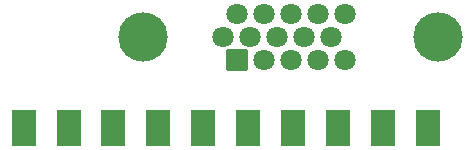
<source format=gbr>
G04 #@! TF.GenerationSoftware,KiCad,Pcbnew,(6.0.6-0)*
G04 #@! TF.CreationDate,2023-02-17T17:31:31-05:00*
G04 #@! TF.ProjectId,VGA2SCART,56474132-5343-4415-9254-2e6b69636164,1*
G04 #@! TF.SameCoordinates,Original*
G04 #@! TF.FileFunction,Soldermask,Top*
G04 #@! TF.FilePolarity,Negative*
%FSLAX46Y46*%
G04 Gerber Fmt 4.6, Leading zero omitted, Abs format (unit mm)*
G04 Created by KiCad (PCBNEW (6.0.6-0)) date 2023-02-17 17:31:31*
%MOMM*%
%LPD*%
G01*
G04 APERTURE LIST*
G04 Aperture macros list*
%AMRoundRect*
0 Rectangle with rounded corners*
0 $1 Rounding radius*
0 $2 $3 $4 $5 $6 $7 $8 $9 X,Y pos of 4 corners*
0 Add a 4 corners polygon primitive as box body*
4,1,4,$2,$3,$4,$5,$6,$7,$8,$9,$2,$3,0*
0 Add four circle primitives for the rounded corners*
1,1,$1+$1,$2,$3*
1,1,$1+$1,$4,$5*
1,1,$1+$1,$6,$7*
1,1,$1+$1,$8,$9*
0 Add four rect primitives between the rounded corners*
20,1,$1+$1,$2,$3,$4,$5,0*
20,1,$1+$1,$4,$5,$6,$7,0*
20,1,$1+$1,$6,$7,$8,$9,0*
20,1,$1+$1,$8,$9,$2,$3,0*%
G04 Aperture macros list end*
%ADD10RoundRect,0.050800X-0.850000X-0.850000X0.850000X-0.850000X0.850000X0.850000X-0.850000X0.850000X0*%
%ADD11C,1.801600*%
%ADD12C,4.167600*%
%ADD13RoundRect,0.050800X-1.000000X-1.500000X1.000000X-1.500000X1.000000X1.500000X-1.000000X1.500000X0*%
G04 APERTURE END LIST*
D10*
X141585000Y-97310000D03*
D11*
X143875000Y-97310000D03*
X146165000Y-97310000D03*
X148455000Y-97310000D03*
X150745000Y-97310000D03*
X140440000Y-95330000D03*
X142730000Y-95330000D03*
X145020000Y-95330000D03*
X147310000Y-95330000D03*
X149600000Y-95330000D03*
X141585000Y-93350000D03*
X143875000Y-93350000D03*
X146165000Y-93350000D03*
X148455000Y-93350000D03*
X150745000Y-93350000D03*
D12*
X158660000Y-95330000D03*
X133670000Y-95330000D03*
D13*
X157761146Y-103033895D03*
X153961146Y-103033895D03*
X150161146Y-103033895D03*
X146361146Y-103033895D03*
X142561146Y-103033895D03*
X138761146Y-103033895D03*
X134961146Y-103033895D03*
X131161146Y-103033895D03*
X127361146Y-103033895D03*
X123561146Y-103033895D03*
M02*

</source>
